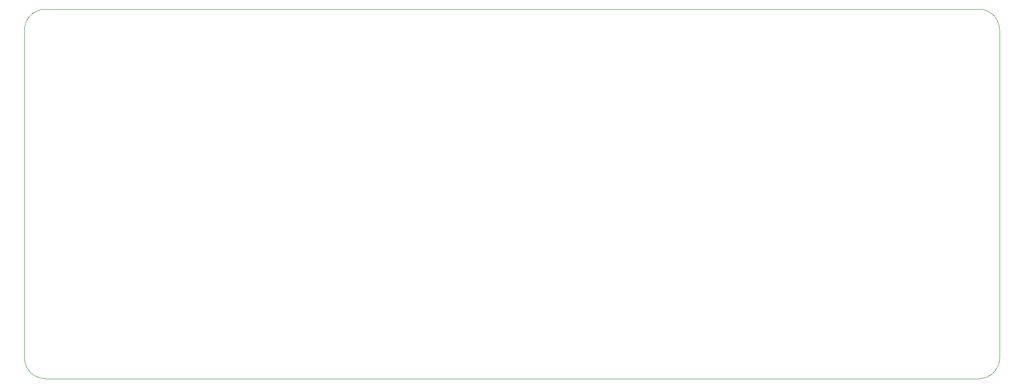
<source format=gbr>
%TF.GenerationSoftware,KiCad,Pcbnew,(5.1.9)-1*%
%TF.CreationDate,2021-10-11T18:08:53-04:00*%
%TF.ProjectId,Control Board,436f6e74-726f-46c2-9042-6f6172642e6b,rev?*%
%TF.SameCoordinates,Original*%
%TF.FileFunction,Profile,NP*%
%FSLAX46Y46*%
G04 Gerber Fmt 4.6, Leading zero omitted, Abs format (unit mm)*
G04 Created by KiCad (PCBNEW (5.1.9)-1) date 2021-10-11 18:08:53*
%MOMM*%
%LPD*%
G01*
G04 APERTURE LIST*
%TA.AperFunction,Profile*%
%ADD10C,0.050000*%
%TD*%
G04 APERTURE END LIST*
D10*
X243840000Y-45720000D02*
X72390000Y-45720000D01*
X68580000Y-109855000D02*
X68580000Y-49530000D01*
X243840000Y-113665000D02*
X72390000Y-113665000D01*
X247650000Y-49530000D02*
X247650000Y-109855000D01*
X72390000Y-113665000D02*
G75*
G02*
X68580000Y-109855000I0J3810000D01*
G01*
X68580000Y-49530000D02*
G75*
G02*
X72390000Y-45720000I3810000J0D01*
G01*
X247650000Y-109855000D02*
G75*
G02*
X243840000Y-113665000I-3810000J0D01*
G01*
X243840000Y-45720000D02*
G75*
G02*
X247650000Y-49530000I0J-3810000D01*
G01*
M02*

</source>
